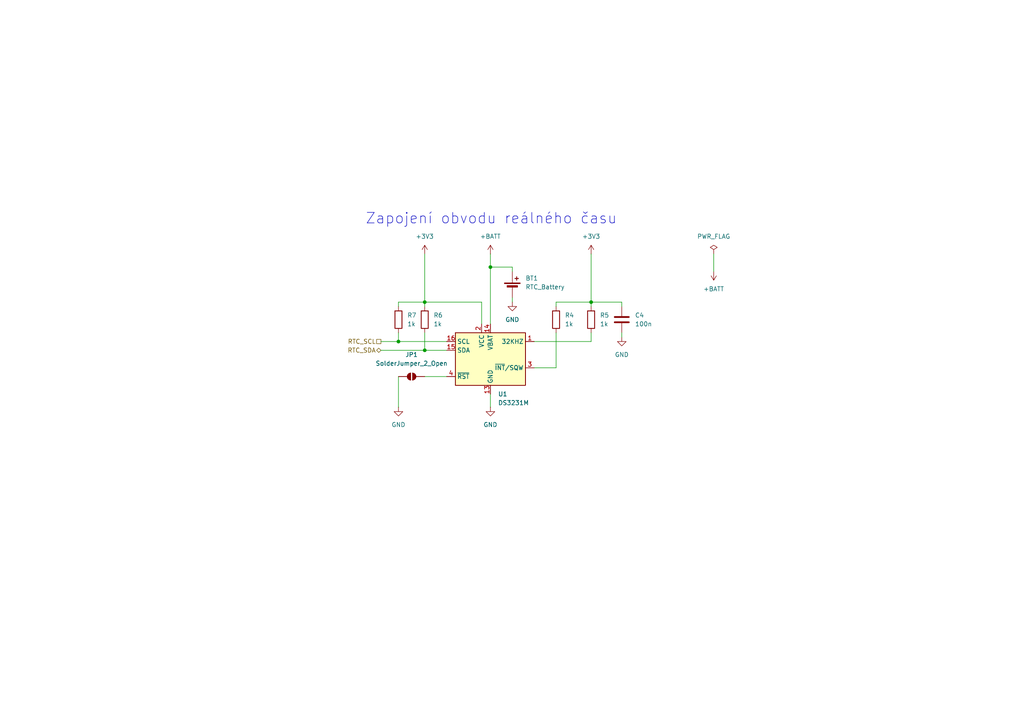
<source format=kicad_sch>
(kicad_sch (version 20231120) (generator "eeschema") (generator_version "8.0")
  (paper "A4")
  (title_block (title "Data Logger Expansion Shield") (date "2025-02-26") (rev "1.2") (company "Tomáš Dolák") (comment 1 "Bakaláská práce: Digitální záznamová jednotka s prevencí ztráty dat při výpadku napájení") (comment 2 "Failure") (comment 3 "Digital Data Logger with Information Loss Prevention in Case of Power"))
  (lib_symbols
    (symbol "Device:Battery_Cell" (pin_numbers hide) (pin_names (offset 0) hide)
      (property "Reference" "BT" (at 2.54 2.54 0))
      (property "Value" "Battery_Cell" (at 2.54 0 0))
      (symbol "Battery_Cell_0_1"
        (rectangle (start -2.286 1.778) (end 2.286 1.524) (fill (type outline)))
        (rectangle (start -1.524 1.016) (end 1.524 0.508) (fill (type outline)))
        (polyline (pts (xy 0 0.762) (xy 0 0)))
        (polyline (pts (xy 0 1.778) (xy 0 2.54)))
        (polyline (pts (xy 0.762 3.048) (xy 1.778 3.048)) (stroke (width 0.254)))
        (polyline (pts (xy 1.27 3.556) (xy 1.27 2.54)) (stroke (width 0.254)))
      )
      (symbol "Battery_Cell_1_1"
        (pin passive line (at 0 5.08 270) (length 2.54) (name "+") (number "1"))
        (pin passive line (at 0 -2.54 90) (length 2.54) (name "-") (number "2"))
      )
    )
    (symbol "Device:C" (pin_numbers hide) (pin_names (offset 0.254))
      (property "Reference" "C" (at 0.635 2.54 0))
      (property "Value" "C" (at 0.635 -2.54 0))
      (symbol "C_0_1"
        (polyline (pts (xy -2.032 -0.762) (xy 2.032 -0.762)) (stroke (width 0.508)))
        (polyline (pts (xy -2.032 0.762) (xy 2.032 0.762)) (stroke (width 0.508)))
      )
      (symbol "C_1_1"
        (pin passive line (at 0 3.81 270) (length 2.794) (name "~") (number "1"))
        (pin passive line (at 0 -3.81 90) (length 2.794) (name "~") (number "2"))
      )
    )
    (symbol "Device:R" (pin_numbers hide) (pin_names (offset 0))
      (property "Reference" "R" (at 2.032 0 90))
      (property "Value" "R" (at 0 0 90))
      (symbol "R_0_1"
        (rectangle (start -1.016 -2.54) (end 1.016 2.54) (stroke (width 0.254)))
      )
      (symbol "R_1_1"
        (pin passive line (at 0 3.81 270) (length 1.27) (name "~") (number "1"))
        (pin passive line (at 0 -3.81 90) (length 1.27) (name "~") (number "2"))
      )
    )
    (symbol "Jumper:SolderJumper_2_Open" (pin_numbers hide) (pin_names (offset 0) hide) (exclude_from_sim yes) (in_bom no)
      (property "Reference" "JP" (at 0 2.032 0))
      (property "Value" "SolderJumper_2_Open" (at 0 -2.54 0))
      (symbol "SolderJumper_2_Open_0_1"
        (arc (start -0.254 1.016) (mid -1.2656 0) (end -0.254 -1.016))
        (arc (start -0.254 1.016) (mid -1.2656 0) (end -0.254 -1.016) (fill (type outline)))
        (polyline (pts (xy -0.254 1.016) (xy -0.254 -1.016)))
        (polyline (pts (xy 0.254 1.016) (xy 0.254 -1.016)))
        (arc (start 0.254 -1.016) (mid 1.2656 0) (end 0.254 1.016))
        (arc (start 0.254 -1.016) (mid 1.2656 0) (end 0.254 1.016) (fill (type outline)))
      )
      (symbol "SolderJumper_2_Open_1_1"
        (pin passive line (at -3.81 0 0) (length 2.54) (name "A") (number "1"))
        (pin passive line (at 3.81 0 180) (length 2.54) (name "B") (number "2"))
      )
    )
    (symbol "Timer_RTC:DS3231M"
      (property "Reference" "U" (at -7.62 8.89 0))
      (property "Value" "DS3231M" (at 10.16 8.89 0))
      (symbol "DS3231M_0_1"
        (rectangle (start -10.16 7.62) (end 10.16 -7.62) (stroke (width 0.254)) (fill (type background)))
      )
      (symbol "DS3231M_1_1"
        (pin open_collector line (at 12.7 5.08 180) (length 2.54) (name "32KHZ") (number "1"))
        (pin passive line (at 0 -10.16 90) (length 2.54) hide (name "GND") (number "10"))
        (pin passive line (at 0 -10.16 90) (length 2.54) hide (name "GND") (number "11"))
        (pin passive line (at 0 -10.16 90) (length 2.54) hide (name "GND") (number "12"))
        (pin power_in line (at 0 -10.16 90) (length 2.54) (name "GND") (number "13"))
        (pin power_in line (at 0 10.16 270) (length 2.54) (name "VBAT") (number "14"))
        (pin bidirectional line (at -12.7 2.54 0) (length 2.54) (name "SDA") (number "15"))
        (pin input line (at -12.7 5.08 0) (length 2.54) (name "SCL") (number "16"))
        (pin power_in line (at -2.54 10.16 270) (length 2.54) (name "VCC") (number "2"))
        (pin open_collector line (at 12.7 -2.54 180) (length 2.54) (name "~{INT}/SQW") (number "3"))
        (pin bidirectional line (at -12.7 -5.08 0) (length 2.54) (name "~{RST}") (number "4"))
        (pin passive line (at 0 -10.16 90) (length 2.54) hide (name "GND") (number "5"))
        (pin passive line (at 0 -10.16 90) (length 2.54) hide (name "GND") (number "6"))
        (pin passive line (at 0 -10.16 90) (length 2.54) hide (name "GND") (number "7"))
        (pin passive line (at 0 -10.16 90) (length 2.54) hide (name "GND") (number "8"))
        (pin passive line (at 0 -10.16 90) (length 2.54) hide (name "GND") (number "9"))
      )
    )
    (symbol "power:+3V3" (power) (pin_numbers hide) (pin_names (offset 0) hide)
      (property "Value" "+3V3" (at 0 3.556 0))
      (symbol "+3V3_0_1"
        (polyline (pts (xy -0.762 1.27) (xy 0 2.54)))
        (polyline (pts (xy 0 0) (xy 0 2.54)))
        (polyline (pts (xy 0 2.54) (xy 0.762 1.27)))
      )
      (symbol "+3V3_1_1"
        (pin power_in line (at 0 0 90) (length 0) (name "~") (number "1"))
      )
    )
    (symbol "power:+BATT" (power) (pin_numbers hide) (pin_names (offset 0) hide)
      (property "Value" "+BATT" (at 0 3.556 0))
      (symbol "+BATT_0_1"
        (polyline (pts (xy -0.762 1.27) (xy 0 2.54)))
        (polyline (pts (xy 0 0) (xy 0 2.54)))
        (polyline (pts (xy 0 2.54) (xy 0.762 1.27)))
      )
      (symbol "+BATT_1_1"
        (pin power_in line (at 0 0 90) (length 0) (name "~") (number "1"))
      )
    )
    (symbol "power:GND" (power) (pin_numbers hide) (pin_names (offset 0) hide)
      (property "Value" "GND" (at 0 -3.81 0))
      (symbol "GND_0_1"
        (polyline (pts (xy 0 0) (xy 0 -1.27) (xy 1.27 -1.27) (xy 0 -2.54) (xy -1.27 -1.27) (xy 0 -1.27)))
      )
      (symbol "GND_1_1"
        (pin power_in line (at 0 0 270) (length 0) (name "~") (number "1"))
      )
    )
    (symbol "power:PWR_FLAG" (power) (pin_numbers hide) (pin_names (offset 0) hide)
      (property "Value" "PWR_FLAG" (at 0 3.81 0))
      (symbol "PWR_FLAG_0_0"
        (pin power_out line (at 0 0 90) (length 0) (name "~") (number "1"))
      )
      (symbol "PWR_FLAG_0_1"
        (polyline (pts (xy 0 0) (xy 0 1.27) (xy -1.016 1.905) (xy 0 2.54) (xy 1.016 1.905) (xy 0 1.27)))
      )
    )
  )
  (junction (at 123.19 101.6))
  (junction (at 171.45 87.63))
  (junction (at 142.24 77.47))
  (junction (at 123.19 87.63))
  (junction (at 115.57 99.06))
  (wire (pts (xy 123.19 101.6) (xy 129.54 101.6)))
  (wire (pts (xy 180.34 97.79) (xy 180.34 96.52)))
  (wire (pts (xy 139.7 87.63) (xy 139.7 93.98)))
  (wire (pts (xy 123.19 87.63) (xy 123.19 88.9)))
  (wire (pts (xy 115.57 88.9) (xy 115.57 87.63)))
  (wire (pts (xy 123.19 87.63) (xy 139.7 87.63)))
  (wire (pts (xy 123.19 109.22) (xy 129.54 109.22)))
  (wire (pts (xy 171.45 87.63) (xy 161.29 87.63)))
  (wire (pts (xy 115.57 99.06) (xy 129.54 99.06)))
  (wire (pts (xy 161.29 106.68) (xy 154.94 106.68)))
  (wire (pts (xy 123.19 96.52) (xy 123.19 101.6)))
  (wire (pts (xy 142.24 77.47) (xy 142.24 93.98)))
  (wire (pts (xy 207.01 73.66) (xy 207.01 78.74)))
  (wire (pts (xy 110.49 99.06) (xy 115.57 99.06)))
  (wire (pts (xy 115.57 96.52) (xy 115.57 99.06)))
  (wire (pts (xy 148.59 87.63) (xy 148.59 86.36)))
  (wire (pts (xy 142.24 77.47) (xy 148.59 77.47)))
  (wire (pts (xy 110.49 101.6) (xy 123.19 101.6)))
  (wire (pts (xy 148.59 77.47) (xy 148.59 78.74)))
  (wire (pts (xy 142.24 77.47) (xy 142.24 73.66)))
  (wire (pts (xy 115.57 87.63) (xy 123.19 87.63)))
  (wire (pts (xy 115.57 109.22) (xy 115.57 118.11)))
  (wire (pts (xy 180.34 88.9) (xy 180.34 87.63)))
  (wire (pts (xy 142.24 114.3) (xy 142.24 118.11)))
  (wire (pts (xy 180.34 87.63) (xy 171.45 87.63)))
  (wire (pts (xy 171.45 73.66) (xy 171.45 87.63)))
  (wire (pts (xy 161.29 87.63) (xy 161.29 88.9)))
  (wire (pts (xy 171.45 99.06) (xy 171.45 96.52)))
  (wire (pts (xy 161.29 96.52) (xy 161.29 106.68)))
  (wire (pts (xy 171.45 87.63) (xy 171.45 88.9)))
  (wire (pts (xy 123.19 73.66) (xy 123.19 87.63)))
  (wire (pts (xy 154.94 99.06) (xy 171.45 99.06)))
  (text "Zapojení obvodu reálného času" (at 142.494 63.5 0) (effects (font (size 3.048 3.048))))
  (hierarchical_label "RTC_SDA" (shape bidirectional) (at 110.49 101.6 180))
  (hierarchical_label "RTC_SCL" (shape passive) (at 110.49 99.06 180))
  (symbol (lib_id "Device:R") (at 123.19 92.71 0) (unit 1)
    (property "Reference" "R6" (at 125.73 91.4399 0) (effects (justify left)))
    (property "Value" "1k" (at 125.73 93.9799 0) (effects (justify left)))
    (property "Footprint" "Resistor_SMD:R_1206_3216Metric_Pad1.30x1.75mm_HandSolder" (effects (hide yes)))
    (property "Description" "Resistor" (effects (hide yes)))
  )
  (symbol (lib_id "power:PWR_FLAG") (at 207.01 73.66 0) (unit 1)
    (property "Reference" "#FLG03" (effects (hide yes)))
    (property "Value" "PWR_FLAG" (at 207.01 68.58 0))
    (property "Description" "Special symbol for telling ERC where power comes from" (effects (hide yes)))
  )
  (symbol (lib_id "power:GND") (at 148.59 87.63 0) (unit 1)
    (property "Reference" "#PWR042" (effects (hide yes)))
    (property "Value" "GND" (at 148.59 92.71 0))
    (property "Description" "Power symbol creates a global label with name \"GND\" , ground" (effects (hide yes)))
  )
  (symbol (lib_id "Jumper:SolderJumper_2_Open") (at 119.38 109.22 0) (unit 1) (exclude_from_sim yes) (in_bom no)
    (property "Reference" "JP1" (at 119.38 102.87 0))
    (property "Value" "SolderJumper_2_Open" (at 119.38 105.41 0))
    (property "Footprint" "Jumper:SolderJumper-2_P1.3mm_Open_Pad1.0x1.5mm" (effects (hide yes)))
    (property "Description" "Solder Jumper, 2-pole, open" (effects (hide yes)))
  )
  (symbol (lib_id "power:+BATT") (at 207.01 78.74 180) (unit 1)
    (property "Reference" "#PWR019" (effects (hide yes)))
    (property "Value" "+BATT" (at 207.01 83.82 0))
    (property "Description" "Power symbol creates a global label with name \"+BATT\"" (effects (hide yes)))
  )
  (symbol (lib_id "power:GND") (at 180.34 97.79 0) (unit 1)
    (property "Reference" "#PWR014" (effects (hide yes)))
    (property "Value" "GND" (at 180.34 102.87 0))
    (property "Description" "Power symbol creates a global label with name \"GND\" , ground" (effects (hide yes)))
  )
  (symbol (lib_id "Device:R") (at 161.29 92.71 0) (unit 1)
    (property "Reference" "R4" (at 163.83 91.4399 0) (effects (justify left)))
    (property "Value" "1k" (at 163.83 93.9799 0) (effects (justify left)))
    (property "Footprint" "Resistor_SMD:R_1206_3216Metric_Pad1.30x1.75mm_HandSolder" (effects (hide yes)))
    (property "Description" "Resistor" (effects (hide yes)))
  )
  (symbol (lib_id "Device:R") (at 171.45 92.71 0) (unit 1)
    (property "Reference" "R5" (at 173.99 91.4399 0) (effects (justify left)))
    (property "Value" "1k" (at 173.99 93.9799 0) (effects (justify left)))
    (property "Footprint" "Resistor_SMD:R_1206_3216Metric_Pad1.30x1.75mm_HandSolder" (effects (hide yes)))
    (property "Description" "Resistor" (effects (hide yes)))
  )
  (symbol (lib_id "power:+3V3") (at 123.19 73.66 0) (unit 1)
    (property "Reference" "#PWR015" (effects (hide yes)))
    (property "Value" "+3V3" (at 123.19 68.58 0))
    (property "Description" "Power symbol creates a global label with name \"+3V3\"" (effects (hide yes)))
  )
  (symbol (lib_id "Device:Battery_Cell") (at 148.59 83.82 0) (unit 1)
    (property "Reference" "BT1" (at 152.4 80.7084 0) (effects (justify left)))
    (property "Value" "RTC_Battery" (at 152.4 83.2484 0) (effects (justify left)))
    (property "Footprint" "Battery:Battery_Panasonic_CR2032-HFN_Horizontal_CircularHoles" (effects (hide yes)))
    (property "Description" "Single-cell battery" (effects (hide yes)))
  )
  (symbol (lib_id "power:+3V3") (at 171.45 73.66 0) (unit 1)
    (property "Reference" "#PWR018" (effects (hide yes)))
    (property "Value" "+3V3" (at 171.45 68.58 0))
    (property "Description" "Power symbol creates a global label with name \"+3V3\"" (effects (hide yes)))
  )
  (symbol (lib_id "power:GND") (at 142.24 118.11 0) (unit 1)
    (property "Reference" "#PWR016" (effects (hide yes)))
    (property "Value" "GND" (at 142.24 123.19 0))
    (property "Description" "Power symbol creates a global label with name \"GND\" , ground" (effects (hide yes)))
  )
  (symbol (lib_id "Timer_RTC:DS3231M") (at 142.24 104.14 0) (unit 1)
    (property "Reference" "U1" (at 144.4341 114.3 0) (effects (justify left)))
    (property "Value" "DS3231M" (at 144.4341 116.84 0) (effects (justify left)))
    (property "Footprint" "Package_SO:SOIC-16W_7.5x10.3mm_P1.27mm" (effects (hide yes)))
    (property "Datasheet" "http://datasheets.maximintegrated.com/en/ds/DS3231.pdf" (effects (hide yes)))
    (property "Description" "Extremely Accurate I2C-Integrated RTC/TCXO/Crystal SOIC-16" (effects (hide yes)))
  )
  (symbol (lib_id "power:+BATT") (at 142.24 73.66 0) (unit 1)
    (property "Reference" "#PWR034" (effects (hide yes)))
    (property "Value" "+BATT" (at 142.24 68.58 0))
    (property "Description" "Power symbol creates a global label with name \"+BATT\"" (effects (hide yes)))
  )
  (symbol (lib_id "Device:C") (at 180.34 92.71 0) (unit 1)
    (property "Reference" "C4" (at 184.15 91.4399 0) (effects (justify left)))
    (property "Value" "100n" (at 184.15 93.9799 0) (effects (justify left)))
    (property "Footprint" "Capacitor_SMD:C_1206_3216Metric_Pad1.33x1.80mm_HandSolder" (effects (hide yes)))
    (property "Description" "Unpolarized capacitor" (effects (hide yes)))
  )
  (symbol (lib_id "power:GND") (at 115.57 118.11 0) (unit 1)
    (property "Reference" "#PWR017" (effects (hide yes)))
    (property "Value" "GND" (at 115.57 123.19 0))
    (property "Description" "Power symbol creates a global label with name \"GND\" , ground" (effects (hide yes)))
  )
  (symbol (lib_id "Device:R") (at 115.57 92.71 0) (unit 1)
    (property "Reference" "R7" (at 118.11 91.4399 0) (effects (justify left)))
    (property "Value" "1k" (at 118.11 93.9799 0) (effects (justify left)))
    (property "Footprint" "Resistor_SMD:R_1206_3216Metric_Pad1.30x1.75mm_HandSolder" (effects (hide yes)))
    (property "Description" "Resistor" (effects (hide yes)))
  )
)
</source>
